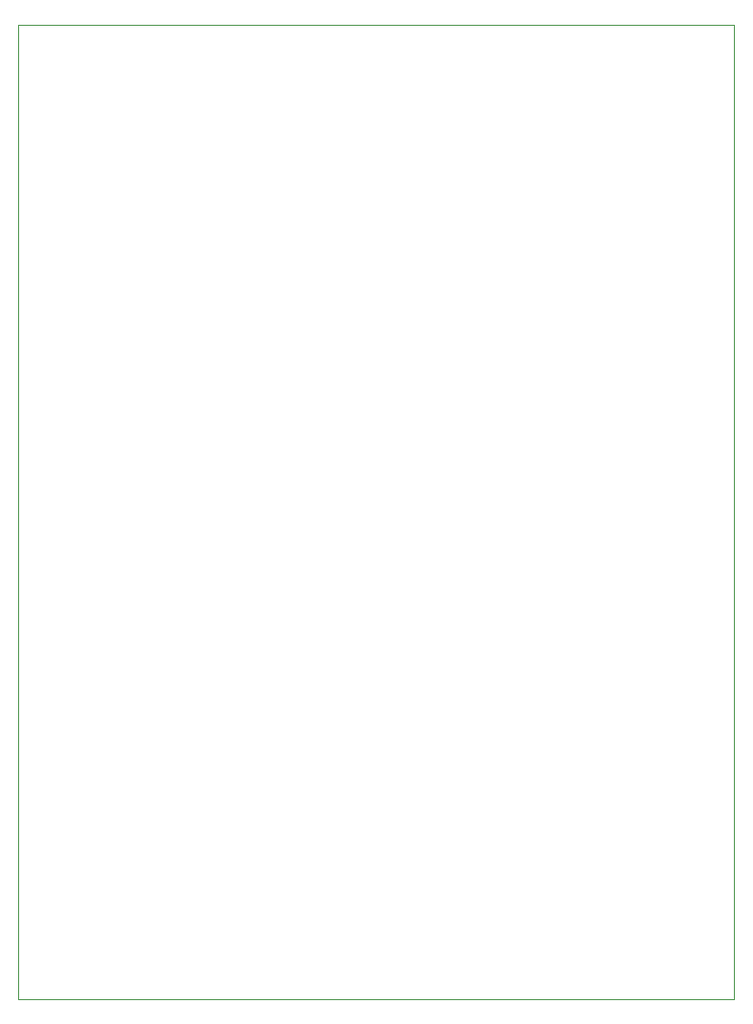
<source format=gbr>
%TF.GenerationSoftware,KiCad,Pcbnew,(6.0.4)*%
%TF.CreationDate,2022-05-24T10:51:08+02:00*%
%TF.ProjectId,XRTL_PCB,5852544c-5f50-4434-922e-6b696361645f,1.0*%
%TF.SameCoordinates,Original*%
%TF.FileFunction,Profile,NP*%
%FSLAX46Y46*%
G04 Gerber Fmt 4.6, Leading zero omitted, Abs format (unit mm)*
G04 Created by KiCad (PCBNEW (6.0.4)) date 2022-05-24 10:51:08*
%MOMM*%
%LPD*%
G01*
G04 APERTURE LIST*
%TA.AperFunction,Profile*%
%ADD10C,0.100000*%
%TD*%
G04 APERTURE END LIST*
D10*
X137160000Y-134620000D02*
X73660000Y-134620000D01*
X73660000Y-48260000D01*
X137160000Y-48260000D01*
X137160000Y-134620000D01*
M02*

</source>
